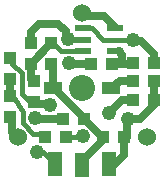
<source format=gbr>
G04 EasyPC Gerber Version 20.0.2 Build 4112 *
G04 #@! TF.Part,Single*
G04 #@! TF.FileFunction,Copper,L1,Top *
%FSLAX25Y25*%
%MOIN*%
G04 #@! TA.AperFunction,SMDPad*
%ADD18R,0.05200X0.02200*%
%ADD14R,0.03937X0.04291*%
%ADD12R,0.03940X0.04330*%
%ADD17R,0.04291X0.03937*%
%ADD13R,0.05906X0.03937*%
%ADD15R,0.04330X0.03940*%
%ADD16R,0.05000X0.08000*%
G04 #@! TD.AperFunction*
%ADD23C,0.01500*%
%ADD24C,0.02500*%
G04 #@! TA.AperFunction,ViaPad*
%ADD22C,0.04800*%
G04 #@! TA.AperFunction,WasherPad*
%ADD21C,0.06000*%
%ADD20C,0.08700*%
X0Y0D02*
D02*
D12*
X34400Y41050D03*
X38700Y16750D03*
X41400Y41050D03*
X45700Y16750D03*
X48500Y28950D03*
Y35450D03*
X48600Y41450D03*
X55500Y28950D03*
Y35450D03*
X55600Y41450D03*
D02*
D13*
X21903Y33046D03*
X41103D03*
D02*
D14*
X7500Y35950D03*
Y42950D03*
X7600Y23250D03*
Y30250D03*
X15400Y28350D03*
Y35350D03*
D02*
D15*
X14600Y41150D03*
Y48150D03*
X21300Y41150D03*
Y48150D03*
D02*
D16*
X22600Y7550D03*
X31400Y7450D03*
X40500Y7650D03*
D02*
D17*
X19300Y16550D03*
X25300Y22750D03*
X26300Y16550D03*
X32300Y22750D03*
D02*
D18*
X31801Y45410D03*
Y49150D03*
Y52890D03*
X42599Y45410D03*
Y52890D03*
D02*
D20*
X31500Y33050D03*
D02*
D21*
X10100Y16550D03*
X31500Y57850D03*
X53100Y16650D03*
D02*
D22*
X16000Y22950D03*
X16400Y11750D03*
X21000Y27350D03*
X26800Y49450D03*
X27200Y41350D03*
X31900Y16850D03*
X40600Y24550D03*
X47000Y22750D03*
X48500Y49050D03*
D02*
D23*
X7500Y35950D02*
X7700D01*
X7600Y30250D02*
X8400D01*
X11800Y25050*
Y21250*
X15300Y17750*
X19900*
X19300Y17150*
Y16550*
X7700Y30250D02*
X7600D01*
X15400Y28350D02*
X14100D01*
X11500Y30950*
Y37850*
X8300Y41050*
Y42150*
X7500Y42950*
X16400Y11750D02*
X18400D01*
X22600Y7550*
X18238Y22750D02*
X18038Y22950D01*
X16000*
X19400Y27550D02*
X19600Y27350D01*
X21000*
X21300Y48150D02*
Y47850D01*
X22104Y32946D02*
X21903D01*
Y33046*
X26300Y16550D02*
X31600D01*
X31900Y16850*
X31400Y7450D02*
X32100D01*
Y9350*
X31801Y45410D02*
Y45250D01*
X24500*
X21760Y47990*
X21300*
Y48150*
X31801Y49150D02*
X26800D01*
Y49450*
X31801Y52890D02*
X34760D01*
X38600Y49050*
X48500*
X38700Y16750D02*
X38300D01*
X41103Y33046D02*
Y32850D01*
X41100*
X42599Y53390D02*
Y52890D01*
X43801Y45249D02*
X42599D01*
Y45410*
X48500Y35350D02*
Y35450D01*
D02*
D24*
X7600Y23250D02*
X8300D01*
Y18350*
X10100Y16550*
X7700Y35950D02*
Y30250D01*
X14600Y48150D02*
Y51750D01*
X17300Y54450*
X23700*
X26300Y51850*
Y49450*
X26800*
X15400Y28350D02*
Y27550D01*
X19400*
X15400Y35350D02*
X14600Y36150D01*
Y41150*
X21300Y47850D02*
X14600Y41150D01*
X21903Y33046D02*
Y40547D01*
X21300Y41150*
X25300Y22750D02*
X18238D01*
X31500Y57850D02*
Y57050D01*
X38800*
X42600Y53250*
X42560Y53390*
X42599*
X32100Y9350D02*
X38800Y16050D01*
X38700*
Y16750*
X32300Y22750D02*
X32500D01*
Y22550*
X22104Y32946*
X34400Y41050D02*
X27500D01*
X27200Y41350*
X38300Y16750D02*
X32300Y22750D01*
X40500Y7650D02*
X42700D01*
X45700Y10650*
Y16750*
X41100Y32850D02*
X44204Y35350D01*
X48500*
X41400Y41050D02*
X45000D01*
Y44050*
X43801Y45249*
X45700Y16750D02*
X46400D01*
Y22850*
X46500Y22750*
X47000*
X48500Y28950D02*
X45000D01*
X40600Y24550*
X48600Y41450D02*
Y41050D01*
X41400*
X55500Y28950D02*
Y27250D01*
X50800Y22550*
X47200*
X47000Y22750*
X55500Y35450D02*
Y28950D01*
X55600Y41450D02*
Y44350D01*
X51300Y48650*
X48900*
X48500Y49050*
X0Y0D02*
M02*

</source>
